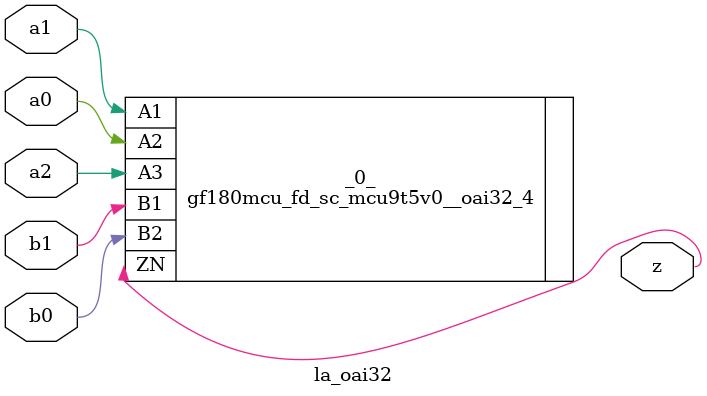
<source format=v>

/* Generated by Yosys 0.44 (git sha1 80ba43d26, g++ 11.4.0-1ubuntu1~22.04 -fPIC -O3) */

(* top =  1  *)
(* src = "inputs/la_oai32.v:10.1-23.10" *)
module la_oai32 (
    a0,
    a1,
    a2,
    b0,
    b1,
    z
);
  (* src = "inputs/la_oai32.v:13.12-13.14" *)
  input a0;
  wire a0;
  (* src = "inputs/la_oai32.v:14.12-14.14" *)
  input a1;
  wire a1;
  (* src = "inputs/la_oai32.v:15.12-15.14" *)
  input a2;
  wire a2;
  (* src = "inputs/la_oai32.v:16.12-16.14" *)
  input b0;
  wire b0;
  (* src = "inputs/la_oai32.v:17.12-17.14" *)
  input b1;
  wire b1;
  (* src = "inputs/la_oai32.v:18.12-18.13" *)
  output z;
  wire z;
  gf180mcu_fd_sc_mcu9t5v0__oai32_4 _0_ (
      .A1(a1),
      .A2(a0),
      .A3(a2),
      .B1(b1),
      .B2(b0),
      .ZN(z)
  );
endmodule

</source>
